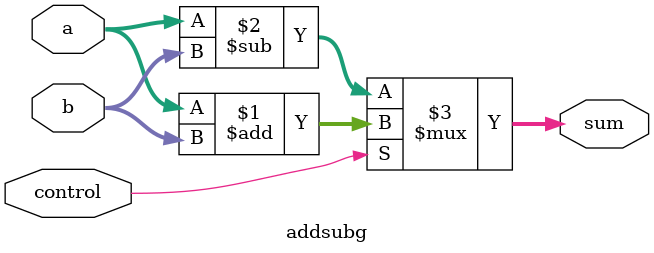
<source format=v>
`timescale 1ns / 1ns

module addsubg #(
	parameter size=16
) (
	input [size-1:0] a,
	input [size-1:0] b,
	output [size-1:0] sum,
	input control
);
	assign sum = control ? (a + b) : (a - b);
endmodule

</source>
